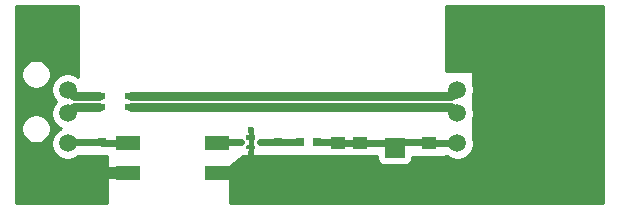
<source format=gbr>
G04 #@! TF.GenerationSoftware,KiCad,Pcbnew,(5.1.0-11-g23086decc)*
G04 #@! TF.CreationDate,2019-04-24T18:44:19+02:00*
G04 #@! TF.ProjectId,USB-EMI-Filter,5553422d-454d-4492-9d46-696c7465722e,rev?*
G04 #@! TF.SameCoordinates,Original*
G04 #@! TF.FileFunction,Copper,L1,Top*
G04 #@! TF.FilePolarity,Positive*
%FSLAX46Y46*%
G04 Gerber Fmt 4.6, Leading zero omitted, Abs format (unit mm)*
G04 Created by KiCad (PCBNEW (5.1.0-11-g23086decc)) date 2019-04-24 18:44:19*
%MOMM*%
%LPD*%
G04 APERTURE LIST*
%ADD10R,1.700000X1.700000*%
%ADD11O,1.700000X1.700000*%
%ADD12R,1.250000X1.000000*%
%ADD13R,1.100000X0.600000*%
%ADD14C,3.000000*%
%ADD15C,1.500000*%
%ADD16R,3.000000X2.000000*%
%ADD17R,0.800000X0.750000*%
%ADD18R,2.000000X1.200000*%
%ADD19R,0.750000X0.800000*%
%ADD20C,0.200000*%
%ADD21C,0.100000*%
%ADD22C,0.600000*%
%ADD23C,0.400000*%
%ADD24C,0.300000*%
%ADD25C,1.000000*%
%ADD26C,0.600000*%
%ADD27C,0.800000*%
%ADD28C,0.254000*%
G04 APERTURE END LIST*
D10*
X158700000Y-121100000D03*
D11*
X158700000Y-123640000D03*
D12*
X161600000Y-120700000D03*
X161600000Y-122700000D03*
X155800000Y-120700000D03*
X155800000Y-122700000D03*
D13*
X136350000Y-117700000D03*
X133650000Y-117700000D03*
X133650000Y-116700000D03*
X136350000Y-116700000D03*
D14*
X166670000Y-124320000D03*
X166670000Y-110600000D03*
D15*
X164000000Y-120760000D03*
X164000000Y-118220000D03*
X164000000Y-116190000D03*
X164000000Y-113650000D03*
X131000000Y-120760000D03*
X131000000Y-118220000D03*
X131000000Y-116190000D03*
X131000000Y-113650000D03*
D16*
X128330000Y-123000000D03*
X128330000Y-111300000D03*
D17*
X152150000Y-120650000D03*
X150650000Y-120650000D03*
D18*
X136150000Y-120680000D03*
X136150000Y-123220000D03*
X143650000Y-123220000D03*
X143650000Y-120680000D03*
D12*
X153900000Y-120700000D03*
X153900000Y-122700000D03*
D19*
X148800000Y-122150000D03*
X148800000Y-120650000D03*
D20*
X146500000Y-121050000D03*
D21*
G36*
X146100000Y-121250000D02*
G01*
X146100000Y-120950000D01*
X146200000Y-120850000D01*
X146800000Y-120850000D01*
X146900000Y-120950000D01*
X146900000Y-121250000D01*
X146100000Y-121250000D01*
X146100000Y-121250000D01*
G37*
D20*
X146500000Y-120250000D03*
D21*
G36*
X146900000Y-120050001D02*
G01*
X146900000Y-120350000D01*
X146800000Y-120450000D01*
X146200000Y-120449999D01*
X146100000Y-120349999D01*
X146100000Y-120050000D01*
X146900000Y-120050001D01*
X146900000Y-120050001D01*
G37*
D20*
X147300000Y-120650000D03*
D21*
G36*
X147150000Y-120450000D02*
G01*
X147500000Y-120450000D01*
X147500000Y-120850000D01*
X147150000Y-120850000D01*
X147100000Y-120800000D01*
X147100000Y-120500000D01*
X147150000Y-120450000D01*
X147150000Y-120450000D01*
G37*
D20*
X145700000Y-120650000D03*
D21*
G36*
X145850000Y-120850000D02*
G01*
X145500000Y-120850000D01*
X145500000Y-120450000D01*
X145850000Y-120450000D01*
X145900000Y-120500000D01*
X145900000Y-120800000D01*
X145850000Y-120850000D01*
X145850000Y-120850000D01*
G37*
D19*
X133900000Y-122150000D03*
X133900000Y-120650000D03*
D22*
X146500000Y-119650000D03*
X146500000Y-121650000D03*
X145300000Y-123200000D03*
X148800000Y-123100000D03*
X153900000Y-123700000D03*
X155800000Y-123700000D03*
X161600000Y-123700000D03*
X133900000Y-123200000D03*
D23*
X146500000Y-120250000D02*
X146500000Y-119650000D01*
X146500000Y-121050000D02*
X146500000Y-121650000D01*
X146500000Y-120250000D02*
X146500000Y-121050000D01*
D24*
X147000000Y-122150000D02*
X146500000Y-121650000D01*
X148800000Y-122150000D02*
X147000000Y-122150000D01*
X143650000Y-123220000D02*
X145280000Y-123220000D01*
X145280000Y-123220000D02*
X145300000Y-123200000D01*
X148800000Y-122150000D02*
X148800000Y-123100000D01*
D23*
X153900000Y-122700000D02*
X153900000Y-123700000D01*
X155800000Y-122700000D02*
X155800000Y-123700000D01*
D24*
X161600000Y-122700000D02*
X161600000Y-123700000D01*
D25*
X136150000Y-123220000D02*
X133920000Y-123220000D01*
X133920000Y-123220000D02*
X133900000Y-123200000D01*
D26*
X133930000Y-120680000D02*
X133900000Y-120650000D01*
X136150000Y-120680000D02*
X133930000Y-120680000D01*
X131110000Y-120650000D02*
X131000000Y-120760000D01*
X133900000Y-120650000D02*
X131110000Y-120650000D01*
X147300000Y-120650000D02*
X148800000Y-120650000D01*
X148800000Y-120650000D02*
X150650000Y-120650000D01*
X143680000Y-120650000D02*
X143650000Y-120680000D01*
X145700000Y-120650000D02*
X143680000Y-120650000D01*
X152150000Y-120650000D02*
X153900000Y-120650000D01*
X153900000Y-120700000D02*
X155800000Y-120700000D01*
X158300000Y-120700000D02*
X158700000Y-121100000D01*
X155800000Y-120700000D02*
X158300000Y-120700000D01*
X159200000Y-120600000D02*
X158700000Y-121100000D01*
X161600000Y-120600000D02*
X159200000Y-120600000D01*
X163940000Y-120700000D02*
X164000000Y-120760000D01*
X161600000Y-120700000D02*
X163940000Y-120700000D01*
D27*
X131510000Y-116700000D02*
X131000000Y-116190000D01*
X133650000Y-116700000D02*
X131510000Y-116700000D01*
X131520000Y-117700000D02*
X131000000Y-118220000D01*
X133650000Y-117700000D02*
X131520000Y-117700000D01*
X164000000Y-116190000D02*
X163485000Y-116705000D01*
X163485000Y-116705000D02*
X159812108Y-116705000D01*
X136350000Y-116700000D02*
X159807108Y-116700000D01*
X159807108Y-116700000D02*
X159812108Y-116705000D01*
X164000000Y-118220000D02*
X163485000Y-117705000D01*
X163485000Y-117705000D02*
X159397892Y-117705000D01*
X159392892Y-117700000D02*
X159397892Y-117705000D01*
X136350000Y-117700000D02*
X159392892Y-117700000D01*
D28*
G36*
X176340001Y-125840000D02*
G01*
X144727000Y-125840000D01*
X144727000Y-122627951D01*
X145850255Y-121807111D01*
X153268490Y-121837431D01*
X153275000Y-121838072D01*
X153425367Y-121838072D01*
X157211928Y-121853548D01*
X157211928Y-121950000D01*
X157224188Y-122074482D01*
X157260498Y-122194180D01*
X157319463Y-122304494D01*
X157398815Y-122401185D01*
X157495506Y-122480537D01*
X157605820Y-122539502D01*
X157725518Y-122575812D01*
X157850000Y-122588072D01*
X159550000Y-122588072D01*
X159674482Y-122575812D01*
X159794180Y-122539502D01*
X159904494Y-122480537D01*
X160001185Y-122401185D01*
X160080537Y-122304494D01*
X160139502Y-122194180D01*
X160175812Y-122074482D01*
X160188072Y-121950000D01*
X160188072Y-121865713D01*
X162949481Y-121876999D01*
X162974267Y-121874660D01*
X162998121Y-121867530D01*
X163020125Y-121855884D01*
X163039435Y-121840169D01*
X163055307Y-121820988D01*
X163067133Y-121799080D01*
X163070254Y-121788939D01*
X163117114Y-121835799D01*
X163343957Y-121987371D01*
X163596011Y-122091775D01*
X163863589Y-122145000D01*
X164136411Y-122145000D01*
X164403989Y-122091775D01*
X164656043Y-121987371D01*
X164882886Y-121835799D01*
X165075799Y-121642886D01*
X165227371Y-121416043D01*
X165331775Y-121163989D01*
X165385000Y-120896411D01*
X165385000Y-120623589D01*
X165331775Y-120356011D01*
X165327000Y-120344483D01*
X165327000Y-118635517D01*
X165331775Y-118623989D01*
X165385000Y-118356411D01*
X165385000Y-118083589D01*
X165331775Y-117816011D01*
X165327000Y-117804483D01*
X165327000Y-116605517D01*
X165331775Y-116593989D01*
X165385000Y-116326411D01*
X165385000Y-116053589D01*
X165331775Y-115786011D01*
X165327000Y-115774483D01*
X165327000Y-114750000D01*
X165324560Y-114725224D01*
X165317333Y-114701399D01*
X165305597Y-114679443D01*
X165289803Y-114660197D01*
X165270557Y-114644403D01*
X165248601Y-114632667D01*
X165224776Y-114625440D01*
X165200000Y-114623000D01*
X163077000Y-114623000D01*
X163077000Y-109160000D01*
X176340000Y-109160000D01*
X176340001Y-125840000D01*
X176340001Y-125840000D01*
G37*
X176340001Y-125840000D02*
X144727000Y-125840000D01*
X144727000Y-122627951D01*
X145850255Y-121807111D01*
X153268490Y-121837431D01*
X153275000Y-121838072D01*
X153425367Y-121838072D01*
X157211928Y-121853548D01*
X157211928Y-121950000D01*
X157224188Y-122074482D01*
X157260498Y-122194180D01*
X157319463Y-122304494D01*
X157398815Y-122401185D01*
X157495506Y-122480537D01*
X157605820Y-122539502D01*
X157725518Y-122575812D01*
X157850000Y-122588072D01*
X159550000Y-122588072D01*
X159674482Y-122575812D01*
X159794180Y-122539502D01*
X159904494Y-122480537D01*
X160001185Y-122401185D01*
X160080537Y-122304494D01*
X160139502Y-122194180D01*
X160175812Y-122074482D01*
X160188072Y-121950000D01*
X160188072Y-121865713D01*
X162949481Y-121876999D01*
X162974267Y-121874660D01*
X162998121Y-121867530D01*
X163020125Y-121855884D01*
X163039435Y-121840169D01*
X163055307Y-121820988D01*
X163067133Y-121799080D01*
X163070254Y-121788939D01*
X163117114Y-121835799D01*
X163343957Y-121987371D01*
X163596011Y-122091775D01*
X163863589Y-122145000D01*
X164136411Y-122145000D01*
X164403989Y-122091775D01*
X164656043Y-121987371D01*
X164882886Y-121835799D01*
X165075799Y-121642886D01*
X165227371Y-121416043D01*
X165331775Y-121163989D01*
X165385000Y-120896411D01*
X165385000Y-120623589D01*
X165331775Y-120356011D01*
X165327000Y-120344483D01*
X165327000Y-118635517D01*
X165331775Y-118623989D01*
X165385000Y-118356411D01*
X165385000Y-118083589D01*
X165331775Y-117816011D01*
X165327000Y-117804483D01*
X165327000Y-116605517D01*
X165331775Y-116593989D01*
X165385000Y-116326411D01*
X165385000Y-116053589D01*
X165331775Y-115786011D01*
X165327000Y-115774483D01*
X165327000Y-114750000D01*
X165324560Y-114725224D01*
X165317333Y-114701399D01*
X165305597Y-114679443D01*
X165289803Y-114660197D01*
X165270557Y-114644403D01*
X165248601Y-114632667D01*
X165224776Y-114625440D01*
X165200000Y-114623000D01*
X163077000Y-114623000D01*
X163077000Y-109160000D01*
X176340000Y-109160000D01*
X176340001Y-125840000D01*
G36*
X131873000Y-115107595D02*
G01*
X131656043Y-114962629D01*
X131403989Y-114858225D01*
X131136411Y-114805000D01*
X130863589Y-114805000D01*
X130596011Y-114858225D01*
X130343957Y-114962629D01*
X130117114Y-115114201D01*
X129924201Y-115307114D01*
X129772629Y-115533957D01*
X129668225Y-115786011D01*
X129615000Y-116053589D01*
X129615000Y-116326411D01*
X129668225Y-116593989D01*
X129772629Y-116846043D01*
X129924201Y-117072886D01*
X130056315Y-117205000D01*
X129924201Y-117337114D01*
X129772629Y-117563957D01*
X129668225Y-117816011D01*
X129615000Y-118083589D01*
X129615000Y-118356411D01*
X129668225Y-118623989D01*
X129772629Y-118876043D01*
X129924201Y-119102886D01*
X130117114Y-119295799D01*
X130343957Y-119447371D01*
X130446873Y-119490000D01*
X130343957Y-119532629D01*
X130117114Y-119684201D01*
X129924201Y-119877114D01*
X129772629Y-120103957D01*
X129668225Y-120356011D01*
X129615000Y-120623589D01*
X129615000Y-120896411D01*
X129668225Y-121163989D01*
X129772629Y-121416043D01*
X129924201Y-121642886D01*
X130117114Y-121835799D01*
X130343957Y-121987371D01*
X130596011Y-122091775D01*
X130863589Y-122145000D01*
X131136411Y-122145000D01*
X131403989Y-122091775D01*
X131656043Y-121987371D01*
X131882886Y-121835799D01*
X131907351Y-121811334D01*
X131910197Y-121814803D01*
X131929443Y-121830597D01*
X131951399Y-121842333D01*
X131975224Y-121849560D01*
X132000000Y-121852000D01*
X134373000Y-121852000D01*
X134373000Y-125840000D01*
X126660000Y-125840000D01*
X126660000Y-119378363D01*
X127095000Y-119378363D01*
X127095000Y-119621637D01*
X127142460Y-119860236D01*
X127235557Y-120084992D01*
X127370713Y-120287267D01*
X127542733Y-120459287D01*
X127745008Y-120594443D01*
X127969764Y-120687540D01*
X128208363Y-120735000D01*
X128451637Y-120735000D01*
X128690236Y-120687540D01*
X128914992Y-120594443D01*
X129117267Y-120459287D01*
X129289287Y-120287267D01*
X129424443Y-120084992D01*
X129517540Y-119860236D01*
X129565000Y-119621637D01*
X129565000Y-119378363D01*
X129517540Y-119139764D01*
X129424443Y-118915008D01*
X129289287Y-118712733D01*
X129117267Y-118540713D01*
X128914992Y-118405557D01*
X128690236Y-118312460D01*
X128451637Y-118265000D01*
X128208363Y-118265000D01*
X127969764Y-118312460D01*
X127745008Y-118405557D01*
X127542733Y-118540713D01*
X127370713Y-118712733D01*
X127235557Y-118915008D01*
X127142460Y-119139764D01*
X127095000Y-119378363D01*
X126660000Y-119378363D01*
X126660000Y-114778363D01*
X127095000Y-114778363D01*
X127095000Y-115021637D01*
X127142460Y-115260236D01*
X127235557Y-115484992D01*
X127370713Y-115687267D01*
X127542733Y-115859287D01*
X127745008Y-115994443D01*
X127969764Y-116087540D01*
X128208363Y-116135000D01*
X128451637Y-116135000D01*
X128690236Y-116087540D01*
X128914992Y-115994443D01*
X129117267Y-115859287D01*
X129289287Y-115687267D01*
X129424443Y-115484992D01*
X129517540Y-115260236D01*
X129565000Y-115021637D01*
X129565000Y-114778363D01*
X129517540Y-114539764D01*
X129424443Y-114315008D01*
X129289287Y-114112733D01*
X129117267Y-113940713D01*
X128914992Y-113805557D01*
X128690236Y-113712460D01*
X128451637Y-113665000D01*
X128208363Y-113665000D01*
X127969764Y-113712460D01*
X127745008Y-113805557D01*
X127542733Y-113940713D01*
X127370713Y-114112733D01*
X127235557Y-114315008D01*
X127142460Y-114539764D01*
X127095000Y-114778363D01*
X126660000Y-114778363D01*
X126660000Y-109160000D01*
X131873000Y-109160000D01*
X131873000Y-115107595D01*
X131873000Y-115107595D01*
G37*
X131873000Y-115107595D02*
X131656043Y-114962629D01*
X131403989Y-114858225D01*
X131136411Y-114805000D01*
X130863589Y-114805000D01*
X130596011Y-114858225D01*
X130343957Y-114962629D01*
X130117114Y-115114201D01*
X129924201Y-115307114D01*
X129772629Y-115533957D01*
X129668225Y-115786011D01*
X129615000Y-116053589D01*
X129615000Y-116326411D01*
X129668225Y-116593989D01*
X129772629Y-116846043D01*
X129924201Y-117072886D01*
X130056315Y-117205000D01*
X129924201Y-117337114D01*
X129772629Y-117563957D01*
X129668225Y-117816011D01*
X129615000Y-118083589D01*
X129615000Y-118356411D01*
X129668225Y-118623989D01*
X129772629Y-118876043D01*
X129924201Y-119102886D01*
X130117114Y-119295799D01*
X130343957Y-119447371D01*
X130446873Y-119490000D01*
X130343957Y-119532629D01*
X130117114Y-119684201D01*
X129924201Y-119877114D01*
X129772629Y-120103957D01*
X129668225Y-120356011D01*
X129615000Y-120623589D01*
X129615000Y-120896411D01*
X129668225Y-121163989D01*
X129772629Y-121416043D01*
X129924201Y-121642886D01*
X130117114Y-121835799D01*
X130343957Y-121987371D01*
X130596011Y-122091775D01*
X130863589Y-122145000D01*
X131136411Y-122145000D01*
X131403989Y-122091775D01*
X131656043Y-121987371D01*
X131882886Y-121835799D01*
X131907351Y-121811334D01*
X131910197Y-121814803D01*
X131929443Y-121830597D01*
X131951399Y-121842333D01*
X131975224Y-121849560D01*
X132000000Y-121852000D01*
X134373000Y-121852000D01*
X134373000Y-125840000D01*
X126660000Y-125840000D01*
X126660000Y-119378363D01*
X127095000Y-119378363D01*
X127095000Y-119621637D01*
X127142460Y-119860236D01*
X127235557Y-120084992D01*
X127370713Y-120287267D01*
X127542733Y-120459287D01*
X127745008Y-120594443D01*
X127969764Y-120687540D01*
X128208363Y-120735000D01*
X128451637Y-120735000D01*
X128690236Y-120687540D01*
X128914992Y-120594443D01*
X129117267Y-120459287D01*
X129289287Y-120287267D01*
X129424443Y-120084992D01*
X129517540Y-119860236D01*
X129565000Y-119621637D01*
X129565000Y-119378363D01*
X129517540Y-119139764D01*
X129424443Y-118915008D01*
X129289287Y-118712733D01*
X129117267Y-118540713D01*
X128914992Y-118405557D01*
X128690236Y-118312460D01*
X128451637Y-118265000D01*
X128208363Y-118265000D01*
X127969764Y-118312460D01*
X127745008Y-118405557D01*
X127542733Y-118540713D01*
X127370713Y-118712733D01*
X127235557Y-118915008D01*
X127142460Y-119139764D01*
X127095000Y-119378363D01*
X126660000Y-119378363D01*
X126660000Y-114778363D01*
X127095000Y-114778363D01*
X127095000Y-115021637D01*
X127142460Y-115260236D01*
X127235557Y-115484992D01*
X127370713Y-115687267D01*
X127542733Y-115859287D01*
X127745008Y-115994443D01*
X127969764Y-116087540D01*
X128208363Y-116135000D01*
X128451637Y-116135000D01*
X128690236Y-116087540D01*
X128914992Y-115994443D01*
X129117267Y-115859287D01*
X129289287Y-115687267D01*
X129424443Y-115484992D01*
X129517540Y-115260236D01*
X129565000Y-115021637D01*
X129565000Y-114778363D01*
X129517540Y-114539764D01*
X129424443Y-114315008D01*
X129289287Y-114112733D01*
X129117267Y-113940713D01*
X128914992Y-113805557D01*
X128690236Y-113712460D01*
X128451637Y-113665000D01*
X128208363Y-113665000D01*
X127969764Y-113712460D01*
X127745008Y-113805557D01*
X127542733Y-113940713D01*
X127370713Y-114112733D01*
X127235557Y-114315008D01*
X127142460Y-114539764D01*
X127095000Y-114778363D01*
X126660000Y-114778363D01*
X126660000Y-109160000D01*
X131873000Y-109160000D01*
X131873000Y-115107595D01*
M02*

</source>
